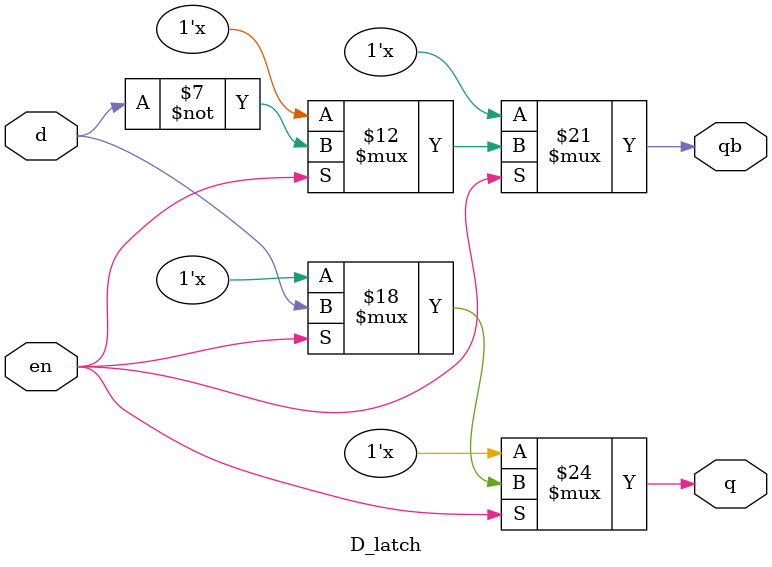
<source format=v>
`timescale 1ns / 1ps
module D_latch(d,en,q,qb);
input d,en; 
output reg q,qb; 

always@(d,en)
   begin
    if(en==0)
         begin
             q=1'bX;
             qb=1'bX;
          end
     if(en==1)
        begin 
        if(d==0|| d==1)
            begin 
               q=d;
               qb=(~d);   
              end  
         end    
    end
endmodule

</source>
